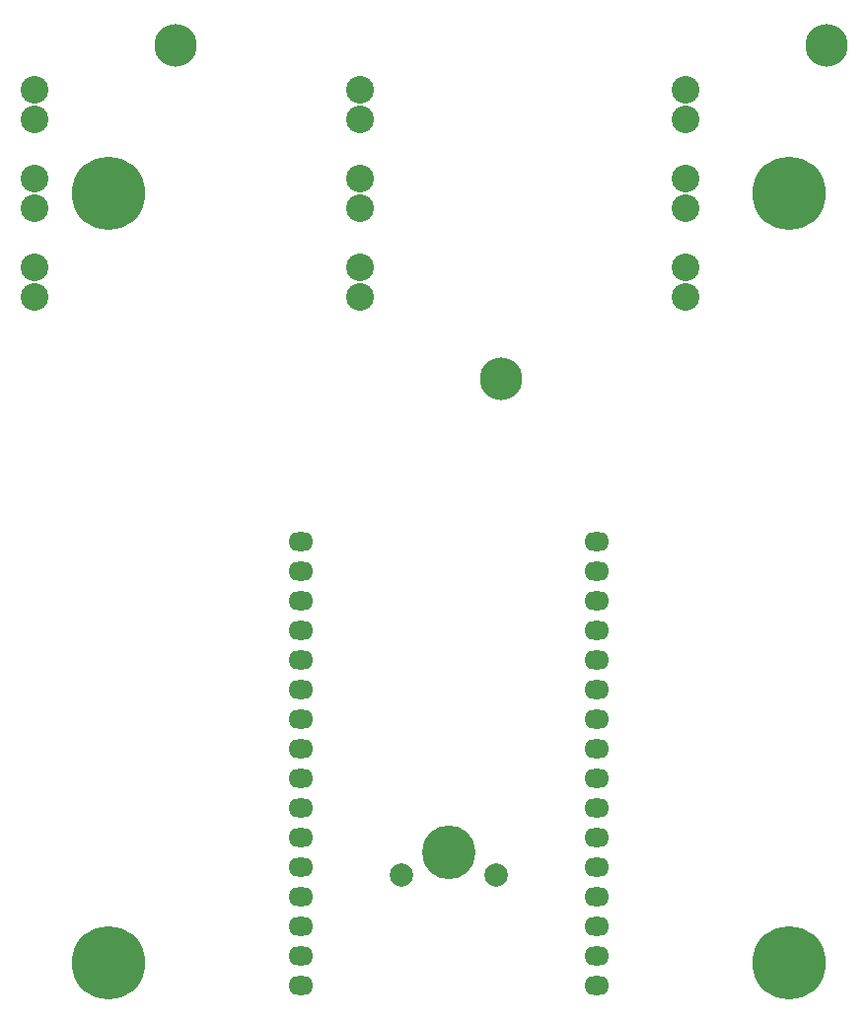
<source format=gbs>
%TF.GenerationSoftware,KiCad,Pcbnew,5.1.6-c6e7f7d~87~ubuntu20.04.1*%
%TF.CreationDate,2020-07-21T15:37:17-04:00*%
%TF.ProjectId,y_arena_valve_controller,795f6172-656e-4615-9f76-616c76655f63,1.1*%
%TF.SameCoordinates,Original*%
%TF.FileFunction,Soldermask,Bot*%
%TF.FilePolarity,Negative*%
%FSLAX46Y46*%
G04 Gerber Fmt 4.6, Leading zero omitted, Abs format (unit mm)*
G04 Created by KiCad (PCBNEW 5.1.6-c6e7f7d~87~ubuntu20.04.1) date 2020-07-21 15:37:17*
%MOMM*%
%LPD*%
G01*
G04 APERTURE LIST*
%ADD10O,2.132000X1.624000*%
%ADD11C,6.297600*%
%ADD12C,2.386000*%
%ADD13C,3.656000*%
%ADD14C,4.600000*%
%ADD15C,2.000000*%
G04 APERTURE END LIST*
D10*
%TO.C,PHIDGET1*%
X75565000Y-99060000D03*
X75565000Y-111760000D03*
X75565000Y-137160000D03*
X75565000Y-129540000D03*
X75565000Y-116840000D03*
X75565000Y-114300000D03*
X75565000Y-134620000D03*
X75565000Y-121920000D03*
X75565000Y-119380000D03*
X75565000Y-132080000D03*
X75565000Y-109220000D03*
X75565000Y-127000000D03*
X75565000Y-101600000D03*
X75565000Y-104140000D03*
X75565000Y-106680000D03*
X75565000Y-124460000D03*
X100965000Y-99060000D03*
X100965000Y-101600000D03*
X100965000Y-137160000D03*
D11*
X59055000Y-135255000D03*
X59055000Y-69215000D03*
X117475000Y-69215000D03*
X117475000Y-135255000D03*
D10*
X100965000Y-104140000D03*
X100965000Y-106680000D03*
X100965000Y-109220000D03*
X100965000Y-111760000D03*
X100965000Y-114300000D03*
X100965000Y-116840000D03*
X100965000Y-119380000D03*
X100965000Y-121920000D03*
X100965000Y-124460000D03*
X100965000Y-127000000D03*
X100965000Y-129540000D03*
X100965000Y-132080000D03*
X100965000Y-134620000D03*
%TD*%
D12*
%TO.C,S1*%
X52705000Y-75565000D03*
X52705000Y-78105000D03*
%TD*%
%TO.C,S2*%
X52705000Y-67945000D03*
X52705000Y-70485000D03*
%TD*%
%TO.C,S3*%
X52705000Y-60325000D03*
X52705000Y-62865000D03*
%TD*%
%TO.C,S4*%
X80645000Y-75565000D03*
X80645000Y-78105000D03*
%TD*%
%TO.C,S5*%
X80645000Y-67945000D03*
X80645000Y-70485000D03*
%TD*%
%TO.C,S6*%
X80645000Y-60325000D03*
X80645000Y-62865000D03*
%TD*%
%TO.C,S7*%
X108585000Y-75565000D03*
X108585000Y-78105000D03*
%TD*%
%TO.C,S8*%
X108585000Y-67945000D03*
X108585000Y-70485000D03*
%TD*%
%TO.C,S9*%
X108585000Y-60325000D03*
X108585000Y-62865000D03*
%TD*%
D13*
%TO.C,MH1*%
X92710000Y-85090000D03*
%TD*%
%TO.C,MH2*%
X64770000Y-56515000D03*
%TD*%
%TO.C,MH3*%
X120650000Y-56515000D03*
%TD*%
D14*
%TO.C,P1*%
X88265000Y-125730000D03*
D15*
X84165000Y-127730000D03*
X92365000Y-127730000D03*
%TD*%
M02*

</source>
